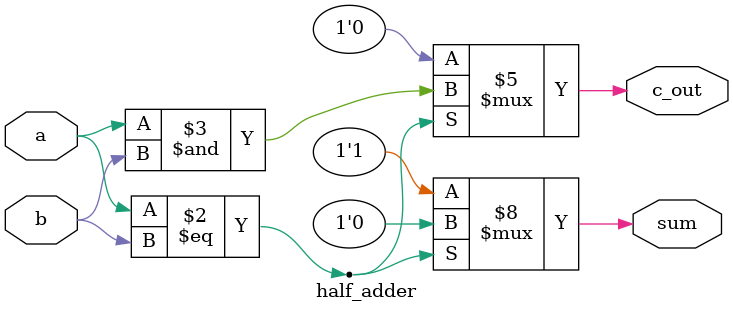
<source format=v>
`timescale 1ns / 1ps
 



module half_adder(
    input wire a,
    input wire b,
    output reg sum,
    output reg c_out
    );
    
    always @(*)begin
        if (a == b)begin
            sum = 0;
            c_out = (a&b);
        end else begin
            sum = 1;
            c_out = 0;
        end     
    end
endmodule

</source>
